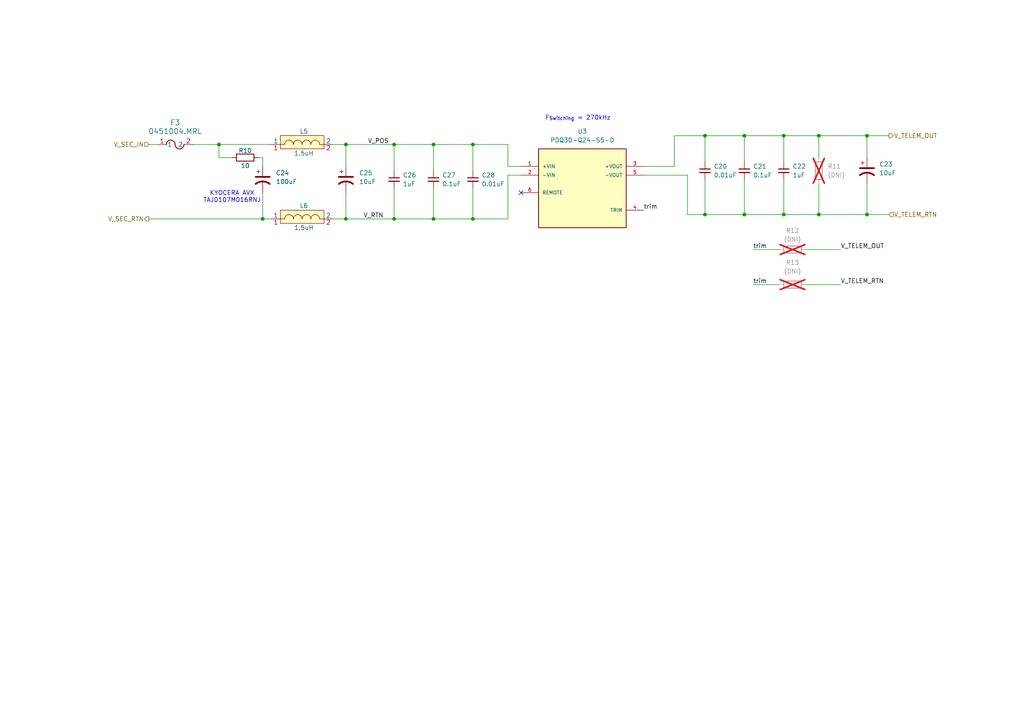
<source format=kicad_sch>
(kicad_sch
	(version 20250114)
	(generator "eeschema")
	(generator_version "9.0")
	(uuid "cf650069-2af9-481a-abdc-afccce69c363")
	(paper "A4")
	(lib_symbols
		(symbol "CUI:PDQ30-Q24-S5-D"
			(pin_names
				(offset 1.016)
			)
			(exclude_from_sim no)
			(in_bom yes)
			(on_board yes)
			(property "Reference" "U"
				(at -12.7244 10.1795 0)
				(effects
					(font
						(size 1.27 1.27)
					)
					(justify left bottom)
				)
			)
			(property "Value" "PDQ30-Q24-S5-D"
				(at -12.746 -15.2952 0)
				(effects
					(font
						(size 1.27 1.27)
					)
					(justify left bottom)
				)
			)
			(property "Footprint" "CUI:CONV_PDQ30-Q24-S5-D"
				(at 0 0 0)
				(effects
					(font
						(size 1.27 1.27)
					)
					(justify bottom)
					(hide yes)
				)
			)
			(property "Datasheet" "https://www.belfuse.com/media/datasheets/products/power-supplies/PDQ30-D.pdf"
				(at 0 0 0)
				(effects
					(font
						(size 1.27 1.27)
					)
					(hide yes)
				)
			)
			(property "Description" "Isolated Module DC DC Converter 1 Output 5V 6A 9V - 36V Input"
				(at 0 0 0)
				(effects
					(font
						(size 1.27 1.27)
					)
					(hide yes)
				)
			)
			(property "Manufacturer" "CUI Inc"
				(at 0 0 0)
				(effects
					(font
						(size 1.27 1.27)
					)
					(justify bottom)
					(hide yes)
				)
			)
			(property "Man. Part Num" "PDQ30-Q24-S5-D"
				(at 0 0 0)
				(effects
					(font
						(size 1.27 1.27)
					)
					(hide yes)
				)
			)
			(property "Distributor" "Mouser"
				(at 0 0 0)
				(effects
					(font
						(size 1.27 1.27)
					)
					(hide yes)
				)
			)
			(property "Dist. Part Num" "490-PDQ30-Q24-S5-D"
				(at 0 0 0)
				(effects
					(font
						(size 1.27 1.27)
					)
					(hide yes)
				)
			)
			(property "Part Type" "Through Hole"
				(at 0 0 0)
				(effects
					(font
						(size 1.27 1.27)
					)
					(hide yes)
				)
			)
			(property "Package" "-"
				(at 0 0 0)
				(effects
					(font
						(size 1.27 1.27)
					)
					(hide yes)
				)
			)
			(property "Notes" ""
				(at 0 0 0)
				(effects
					(font
						(size 1.27 1.27)
					)
					(hide yes)
				)
			)
			(symbol "PDQ30-Q24-S5-D_0_0"
				(rectangle
					(start -12.7 -12.7)
					(end 12.7 10.16)
					(stroke
						(width 0.254)
						(type default)
					)
					(fill
						(type background)
					)
				)
				(pin input line
					(at -17.78 5.08 0)
					(length 5.08)
					(name "+VIN"
						(effects
							(font
								(size 1.016 1.016)
							)
						)
					)
					(number "1"
						(effects
							(font
								(size 1.016 1.016)
							)
						)
					)
				)
				(pin input line
					(at -17.78 2.54 0)
					(length 5.08)
					(name "-VIN"
						(effects
							(font
								(size 1.016 1.016)
							)
						)
					)
					(number "2"
						(effects
							(font
								(size 1.016 1.016)
							)
						)
					)
				)
				(pin input line
					(at -17.78 -2.54 0)
					(length 5.08)
					(name "REMOTE"
						(effects
							(font
								(size 1.016 1.016)
							)
						)
					)
					(number "6"
						(effects
							(font
								(size 1.016 1.016)
							)
						)
					)
				)
				(pin output line
					(at 17.78 5.08 180)
					(length 5.08)
					(name "+VOUT"
						(effects
							(font
								(size 1.016 1.016)
							)
						)
					)
					(number "3"
						(effects
							(font
								(size 1.016 1.016)
							)
						)
					)
				)
				(pin output line
					(at 17.78 2.54 180)
					(length 5.08)
					(name "-VOUT"
						(effects
							(font
								(size 1.016 1.016)
							)
						)
					)
					(number "5"
						(effects
							(font
								(size 1.016 1.016)
							)
						)
					)
				)
				(pin passive line
					(at 17.78 -7.62 180)
					(length 5.08)
					(name "TRIM"
						(effects
							(font
								(size 1.016 1.016)
							)
						)
					)
					(number "4"
						(effects
							(font
								(size 1.016 1.016)
							)
						)
					)
				)
			)
			(embedded_fonts no)
		)
		(symbol "CoilCraft:MLC7542"
			(pin_names
				(offset 0)
			)
			(exclude_from_sim no)
			(in_bom yes)
			(on_board yes)
			(property "Reference" "L"
				(at 5.334 3.81 0)
				(effects
					(font
						(size 1.27 1.27)
					)
				)
			)
			(property "Value" ""
				(at 6.35 3.302 0)
				(effects
					(font
						(size 1.27 1.27)
					)
				)
			)
			(property "Footprint" ""
				(at 6.35 3.302 0)
				(effects
					(font
						(size 1.27 1.27)
					)
					(hide yes)
				)
			)
			(property "Datasheet" ""
				(at 6.35 3.302 0)
				(effects
					(font
						(size 1.27 1.27)
					)
					(hide yes)
				)
			)
			(property "Description" ""
				(at 6.35 3.302 0)
				(effects
					(font
						(size 1.27 1.27)
					)
					(hide yes)
				)
			)
			(property "Manufacturer" "Coil Craft"
				(at 0 0 0)
				(effects
					(font
						(size 1.27 1.27)
					)
					(hide yes)
				)
			)
			(property "Man. Part Num" ""
				(at 0 0 0)
				(effects
					(font
						(size 1.27 1.27)
					)
					(hide yes)
				)
			)
			(property "Distributor" "Coil Craft"
				(at 0 0 0)
				(effects
					(font
						(size 1.27 1.27)
					)
					(hide yes)
				)
			)
			(property "Dist. Part Num" ""
				(at 0 0 0)
				(effects
					(font
						(size 1.27 1.27)
					)
					(hide yes)
				)
			)
			(property "Package" ""
				(at 0 0 0)
				(effects
					(font
						(size 1.27 1.27)
					)
					(hide yes)
				)
			)
			(property "Notes" ""
				(at 0 0 0)
				(effects
					(font
						(size 1.27 1.27)
					)
					(hide yes)
				)
			)
			(property "Part Type" "SMD"
				(at 0 0 0)
				(effects
					(font
						(size 1.27 1.27)
					)
					(hide yes)
				)
			)
			(symbol "MLC7542_0_1"
				(arc
					(start 1.27 0)
					(mid 1.642 0.898)
					(end 2.54 1.27)
					(stroke
						(width 0)
						(type default)
					)
					(fill
						(type none)
					)
				)
				(arc
					(start 2.54 1.27)
					(mid 3.438 0.898)
					(end 3.81 0)
					(stroke
						(width 0)
						(type default)
					)
					(fill
						(type none)
					)
				)
				(arc
					(start 3.81 0)
					(mid 4.182 0.898)
					(end 5.08 1.27)
					(stroke
						(width 0)
						(type default)
					)
					(fill
						(type none)
					)
				)
				(arc
					(start 5.08 1.27)
					(mid 5.978 0.898)
					(end 6.35 0)
					(stroke
						(width 0)
						(type default)
					)
					(fill
						(type none)
					)
				)
				(arc
					(start 6.35 0)
					(mid 6.722 0.898)
					(end 7.62 1.27)
					(stroke
						(width 0)
						(type default)
					)
					(fill
						(type none)
					)
				)
				(arc
					(start 7.62 1.27)
					(mid 8.518 0.898)
					(end 8.89 0)
					(stroke
						(width 0)
						(type default)
					)
					(fill
						(type none)
					)
				)
				(arc
					(start 8.89 0)
					(mid 9.262 0.898)
					(end 10.16 1.27)
					(stroke
						(width 0)
						(type default)
					)
					(fill
						(type none)
					)
				)
				(arc
					(start 10.16 1.27)
					(mid 11.058 0.898)
					(end 11.43 0)
					(stroke
						(width 0)
						(type default)
					)
					(fill
						(type none)
					)
				)
			)
			(symbol "MLC7542_1_1"
				(rectangle
					(start 0 2.54)
					(end 12.7 -1.27)
					(stroke
						(width 0)
						(type default)
					)
					(fill
						(type background)
					)
				)
				(polyline
					(pts
						(xy 1.27 0) (xy 0 0)
					)
					(stroke
						(width 0)
						(type default)
					)
					(fill
						(type none)
					)
				)
				(polyline
					(pts
						(xy 11.43 0) (xy 12.7 0)
					)
					(stroke
						(width 0)
						(type default)
					)
					(fill
						(type none)
					)
				)
				(pin bidirectional line
					(at -2.54 0 0)
					(length 2.54)
					(name "1"
						(effects
							(font
								(size 1.27 1.27)
							)
						)
					)
					(number "1"
						(effects
							(font
								(size 1.27 1.27)
							)
						)
					)
				)
				(pin bidirectional line
					(at 15.24 0 180)
					(length 2.54)
					(name "2"
						(effects
							(font
								(size 1.27 1.27)
							)
						)
					)
					(number "2"
						(effects
							(font
								(size 1.27 1.27)
							)
						)
					)
				)
			)
			(embedded_fonts no)
		)
		(symbol "Device:C_Polarized_US"
			(pin_numbers
				(hide yes)
			)
			(pin_names
				(offset 0.254)
				(hide yes)
			)
			(exclude_from_sim no)
			(in_bom yes)
			(on_board yes)
			(property "Reference" "C"
				(at 0.635 2.54 0)
				(effects
					(font
						(size 1.27 1.27)
					)
					(justify left)
				)
			)
			(property "Value" "C_Polarized_US"
				(at 0.635 -2.54 0)
				(effects
					(font
						(size 1.27 1.27)
					)
					(justify left)
				)
			)
			(property "Footprint" ""
				(at 0 0 0)
				(effects
					(font
						(size 1.27 1.27)
					)
					(hide yes)
				)
			)
			(property "Datasheet" "~"
				(at 0 0 0)
				(effects
					(font
						(size 1.27 1.27)
					)
					(hide yes)
				)
			)
			(property "Description" "Polarized capacitor, US symbol"
				(at 0 0 0)
				(effects
					(font
						(size 1.27 1.27)
					)
					(hide yes)
				)
			)
			(property "ki_keywords" "cap capacitor"
				(at 0 0 0)
				(effects
					(font
						(size 1.27 1.27)
					)
					(hide yes)
				)
			)
			(property "ki_fp_filters" "CP_*"
				(at 0 0 0)
				(effects
					(font
						(size 1.27 1.27)
					)
					(hide yes)
				)
			)
			(symbol "C_Polarized_US_0_1"
				(polyline
					(pts
						(xy -2.032 0.762) (xy 2.032 0.762)
					)
					(stroke
						(width 0.508)
						(type default)
					)
					(fill
						(type none)
					)
				)
				(polyline
					(pts
						(xy -1.778 2.286) (xy -0.762 2.286)
					)
					(stroke
						(width 0)
						(type default)
					)
					(fill
						(type none)
					)
				)
				(polyline
					(pts
						(xy -1.27 1.778) (xy -1.27 2.794)
					)
					(stroke
						(width 0)
						(type default)
					)
					(fill
						(type none)
					)
				)
				(arc
					(start -2.032 -1.27)
					(mid 0 -0.5572)
					(end 2.032 -1.27)
					(stroke
						(width 0.508)
						(type default)
					)
					(fill
						(type none)
					)
				)
			)
			(symbol "C_Polarized_US_1_1"
				(pin passive line
					(at 0 3.81 270)
					(length 2.794)
					(name "~"
						(effects
							(font
								(size 1.27 1.27)
							)
						)
					)
					(number "1"
						(effects
							(font
								(size 1.27 1.27)
							)
						)
					)
				)
				(pin passive line
					(at 0 -3.81 90)
					(length 3.302)
					(name "~"
						(effects
							(font
								(size 1.27 1.27)
							)
						)
					)
					(number "2"
						(effects
							(font
								(size 1.27 1.27)
							)
						)
					)
				)
			)
			(embedded_fonts no)
		)
		(symbol "Device:C_Small"
			(pin_numbers
				(hide yes)
			)
			(pin_names
				(offset 0.254)
				(hide yes)
			)
			(exclude_from_sim no)
			(in_bom yes)
			(on_board yes)
			(property "Reference" "C"
				(at 0.254 1.778 0)
				(effects
					(font
						(size 1.27 1.27)
					)
					(justify left)
				)
			)
			(property "Value" "C_Small"
				(at 0.254 -2.032 0)
				(effects
					(font
						(size 1.27 1.27)
					)
					(justify left)
				)
			)
			(property "Footprint" ""
				(at 0 0 0)
				(effects
					(font
						(size 1.27 1.27)
					)
					(hide yes)
				)
			)
			(property "Datasheet" "~"
				(at 0 0 0)
				(effects
					(font
						(size 1.27 1.27)
					)
					(hide yes)
				)
			)
			(property "Description" "Unpolarized capacitor, small symbol"
				(at 0 0 0)
				(effects
					(font
						(size 1.27 1.27)
					)
					(hide yes)
				)
			)
			(property "ki_keywords" "capacitor cap"
				(at 0 0 0)
				(effects
					(font
						(size 1.27 1.27)
					)
					(hide yes)
				)
			)
			(property "ki_fp_filters" "C_*"
				(at 0 0 0)
				(effects
					(font
						(size 1.27 1.27)
					)
					(hide yes)
				)
			)
			(symbol "C_Small_0_1"
				(polyline
					(pts
						(xy -1.524 0.508) (xy 1.524 0.508)
					)
					(stroke
						(width 0.3048)
						(type default)
					)
					(fill
						(type none)
					)
				)
				(polyline
					(pts
						(xy -1.524 -0.508) (xy 1.524 -0.508)
					)
					(stroke
						(width 0.3302)
						(type default)
					)
					(fill
						(type none)
					)
				)
			)
			(symbol "C_Small_1_1"
				(pin passive line
					(at 0 2.54 270)
					(length 2.032)
					(name "~"
						(effects
							(font
								(size 1.27 1.27)
							)
						)
					)
					(number "1"
						(effects
							(font
								(size 1.27 1.27)
							)
						)
					)
				)
				(pin passive line
					(at 0 -2.54 90)
					(length 2.032)
					(name "~"
						(effects
							(font
								(size 1.27 1.27)
							)
						)
					)
					(number "2"
						(effects
							(font
								(size 1.27 1.27)
							)
						)
					)
				)
			)
			(embedded_fonts no)
		)
		(symbol "Device:R"
			(pin_numbers
				(hide yes)
			)
			(pin_names
				(offset 0)
			)
			(exclude_from_sim no)
			(in_bom yes)
			(on_board yes)
			(property "Reference" "R"
				(at 2.032 0 90)
				(effects
					(font
						(size 1.27 1.27)
					)
				)
			)
			(property "Value" "R"
				(at 0 0 90)
				(effects
					(font
						(size 1.27 1.27)
					)
				)
			)
			(property "Footprint" ""
				(at -1.778 0 90)
				(effects
					(font
						(size 1.27 1.27)
					)
					(hide yes)
				)
			)
			(property "Datasheet" "~"
				(at 0 0 0)
				(effects
					(font
						(size 1.27 1.27)
					)
					(hide yes)
				)
			)
			(property "Description" "Resistor"
				(at 0 0 0)
				(effects
					(font
						(size 1.27 1.27)
					)
					(hide yes)
				)
			)
			(property "ki_keywords" "R res resistor"
				(at 0 0 0)
				(effects
					(font
						(size 1.27 1.27)
					)
					(hide yes)
				)
			)
			(property "ki_fp_filters" "R_*"
				(at 0 0 0)
				(effects
					(font
						(size 1.27 1.27)
					)
					(hide yes)
				)
			)
			(symbol "R_0_1"
				(rectangle
					(start -1.016 -2.54)
					(end 1.016 2.54)
					(stroke
						(width 0.254)
						(type default)
					)
					(fill
						(type none)
					)
				)
			)
			(symbol "R_1_1"
				(pin passive line
					(at 0 3.81 270)
					(length 1.27)
					(name "~"
						(effects
							(font
								(size 1.27 1.27)
							)
						)
					)
					(number "1"
						(effects
							(font
								(size 1.27 1.27)
							)
						)
					)
				)
				(pin passive line
					(at 0 -3.81 90)
					(length 1.27)
					(name "~"
						(effects
							(font
								(size 1.27 1.27)
							)
						)
					)
					(number "2"
						(effects
							(font
								(size 1.27 1.27)
							)
						)
					)
				)
			)
			(embedded_fonts no)
		)
		(symbol "Little_Fuse:0451004.MRL"
			(pin_names
				(offset 0.254)
			)
			(exclude_from_sim no)
			(in_bom yes)
			(on_board yes)
			(property "Reference" "F"
				(at 5.08 3.175 0)
				(effects
					(font
						(size 1.524 1.524)
					)
				)
			)
			(property "Value" "0451004.MRL"
				(at 5.08 -3.175 0)
				(effects
					(font
						(size 1.524 1.524)
					)
				)
			)
			(property "Footprint" "Little_Fuse:0451Series_LTF"
				(at 0 0 0)
				(effects
					(font
						(size 1.27 1.27)
						(italic yes)
					)
					(hide yes)
				)
			)
			(property "Datasheet" "https://www.littelfuse.com/assetdocs/littelfuse-fuse-451-453-datasheet?assetguid=533cd5cc-956c-4243-867f-6ab5a62f6ba1"
				(at 0 0 0)
				(effects
					(font
						(size 1.27 1.27)
						(italic yes)
					)
					(hide yes)
				)
			)
			(property "Description" "4 A 125 V 125 V Fuse Board Mount (Cartridge Style Excluded) Surface Mount 2-SMD, Square End Block"
				(at 0 0 0)
				(effects
					(font
						(size 1.27 1.27)
					)
					(hide yes)
				)
			)
			(property "Manufacturer" "Littelfuse Inc."
				(at 0 0 0)
				(effects
					(font
						(size 1.27 1.27)
					)
					(hide yes)
				)
			)
			(property "Man. Part Num" "0451004.MRL"
				(at 0 0 0)
				(effects
					(font
						(size 1.27 1.27)
					)
					(hide yes)
				)
			)
			(property "Distributor" "Digikey"
				(at 0 0 0)
				(effects
					(font
						(size 1.27 1.27)
					)
					(hide yes)
				)
			)
			(property "Dist. Part Num" "F2586CT-ND"
				(at 0 0 0)
				(effects
					(font
						(size 1.27 1.27)
					)
					(hide yes)
				)
			)
			(property "Package" "2-SMD, Square End Block"
				(at 0 0 0)
				(effects
					(font
						(size 1.27 1.27)
					)
					(hide yes)
				)
			)
			(property "Part Type" "SMD"
				(at 0 0 0)
				(effects
					(font
						(size 1.27 1.27)
					)
					(hide yes)
				)
			)
			(property "ki_keywords" "0451004.MRL"
				(at 0 0 0)
				(effects
					(font
						(size 1.27 1.27)
					)
					(hide yes)
				)
			)
			(property "ki_fp_filters" "0154Series_LTF"
				(at 0 0 0)
				(effects
					(font
						(size 1.27 1.27)
					)
					(hide yes)
				)
			)
			(symbol "0451004.MRL_1_1"
				(arc
					(start 2.54 0)
					(mid 3.81 1.2645)
					(end 5.08 0)
					(stroke
						(width 0.254)
						(type default)
					)
					(fill
						(type none)
					)
				)
				(arc
					(start 7.62 0)
					(mid 6.35 -1.2645)
					(end 5.08 0)
					(stroke
						(width 0.254)
						(type default)
					)
					(fill
						(type none)
					)
				)
				(pin unspecified line
					(at 0 0 0)
					(length 2.54)
					(name "1"
						(effects
							(font
								(size 1.27 1.27)
							)
						)
					)
					(number "1"
						(effects
							(font
								(size 1.27 1.27)
							)
						)
					)
				)
				(pin unspecified line
					(at 10.16 0 180)
					(length 2.54)
					(name "2"
						(effects
							(font
								(size 1.27 1.27)
							)
						)
					)
					(number "2"
						(effects
							(font
								(size 1.27 1.27)
							)
						)
					)
				)
			)
			(symbol "0451004.MRL_1_2"
				(arc
					(start 0 7.62)
					(mid 1.2645 6.35)
					(end 0 5.08)
					(stroke
						(width 0.254)
						(type default)
					)
					(fill
						(type none)
					)
				)
				(arc
					(start 0 2.54)
					(mid -1.2645 3.81)
					(end 0 5.08)
					(stroke
						(width 0.254)
						(type default)
					)
					(fill
						(type none)
					)
				)
				(pin unspecified line
					(at 0 10.16 270)
					(length 2.54)
					(name "2"
						(effects
							(font
								(size 1.27 1.27)
							)
						)
					)
					(number "2"
						(effects
							(font
								(size 1.27 1.27)
							)
						)
					)
				)
				(pin unspecified line
					(at 0 0 90)
					(length 2.54)
					(name "1"
						(effects
							(font
								(size 1.27 1.27)
							)
						)
					)
					(number "1"
						(effects
							(font
								(size 1.27 1.27)
							)
						)
					)
				)
			)
			(embedded_fonts no)
		)
	)
	(text "F_{Switching} = 270kHz"
		(exclude_from_sim no)
		(at 167.64 34.29 0)
		(effects
			(font
				(size 1.27 1.27)
			)
		)
		(uuid "94df0968-a3ae-48de-97e8-6f767a04e1c4")
	)
	(text "KYOCERA AVX\nTAJD107M016RNJ"
		(exclude_from_sim no)
		(at 67.31 57.15 0)
		(effects
			(font
				(size 1.27 1.27)
			)
		)
		(uuid "ac59599f-71c7-451f-89ff-a3f343e112f0")
	)
	(junction
		(at 237.49 39.37)
		(diameter 0)
		(color 0 0 0 0)
		(uuid "00045962-5ad9-43d8-b909-469b64855915")
	)
	(junction
		(at 227.33 62.23)
		(diameter 0)
		(color 0 0 0 0)
		(uuid "0db4f6e9-13be-47d4-bd20-e51bad9e1ea8")
	)
	(junction
		(at 227.33 39.37)
		(diameter 0)
		(color 0 0 0 0)
		(uuid "2b30230e-5bc2-4871-963e-c472324e76f7")
	)
	(junction
		(at 100.33 63.5)
		(diameter 0)
		(color 0 0 0 0)
		(uuid "386f889d-0874-44a5-822c-9c04b311f78d")
	)
	(junction
		(at 251.46 39.37)
		(diameter 0)
		(color 0 0 0 0)
		(uuid "3df93096-4840-469a-8eeb-7a4ae6862043")
	)
	(junction
		(at 125.73 41.91)
		(diameter 0)
		(color 0 0 0 0)
		(uuid "43b2628b-1d61-484a-a3f1-65908440ad5c")
	)
	(junction
		(at 204.47 39.37)
		(diameter 0)
		(color 0 0 0 0)
		(uuid "46d5e404-a5c1-4097-a7a6-731431004526")
	)
	(junction
		(at 204.47 62.23)
		(diameter 0)
		(color 0 0 0 0)
		(uuid "53e6a21e-ef40-4a7d-8a12-58a37aed4f5c")
	)
	(junction
		(at 251.46 62.23)
		(diameter 0)
		(color 0 0 0 0)
		(uuid "60dd430e-dfea-4a32-9be7-e9904caa66b5")
	)
	(junction
		(at 125.73 63.5)
		(diameter 0)
		(color 0 0 0 0)
		(uuid "a1074cdf-2064-4af8-afc3-83d34228ba4f")
	)
	(junction
		(at 215.9 39.37)
		(diameter 0)
		(color 0 0 0 0)
		(uuid "a26191cb-47e2-4159-8548-d4888998b334")
	)
	(junction
		(at 237.49 62.23)
		(diameter 0)
		(color 0 0 0 0)
		(uuid "a88ecd2f-c743-4043-8196-50ddb500e90e")
	)
	(junction
		(at 137.16 41.91)
		(diameter 0)
		(color 0 0 0 0)
		(uuid "b82c39a8-5ec1-4bad-a51a-24ad05947372")
	)
	(junction
		(at 137.16 63.5)
		(diameter 0)
		(color 0 0 0 0)
		(uuid "c217a358-6180-4eca-b112-c3b7ad135100")
	)
	(junction
		(at 114.3 41.91)
		(diameter 0)
		(color 0 0 0 0)
		(uuid "ce35e9f3-42df-4300-b89d-9e545bc226d8")
	)
	(junction
		(at 100.33 41.91)
		(diameter 0)
		(color 0 0 0 0)
		(uuid "d07fc55e-4292-45ee-bfa5-3b0ec5baf9f3")
	)
	(junction
		(at 76.2 63.5)
		(diameter 0)
		(color 0 0 0 0)
		(uuid "eed1f3f0-94da-463f-a2b8-e20e391859ec")
	)
	(junction
		(at 63.5 41.91)
		(diameter 0)
		(color 0 0 0 0)
		(uuid "f185464e-3ec4-412e-b0ba-6eb0889e78a5")
	)
	(junction
		(at 215.9 62.23)
		(diameter 0)
		(color 0 0 0 0)
		(uuid "f5a15cb5-f1f3-4131-936c-6616e88347a4")
	)
	(junction
		(at 114.3 63.5)
		(diameter 0)
		(color 0 0 0 0)
		(uuid "fa0640b0-40a9-4bff-bb49-2435a63eeb31")
	)
	(no_connect
		(at 151.13 55.88)
		(uuid "346eb83c-727c-4327-8f39-14c079034e1f")
	)
	(wire
		(pts
			(xy 147.32 50.8) (xy 151.13 50.8)
		)
		(stroke
			(width 0)
			(type default)
		)
		(uuid "02a20eb1-834d-4935-af61-d7a6b9923127")
	)
	(wire
		(pts
			(xy 227.33 52.07) (xy 227.33 62.23)
		)
		(stroke
			(width 0)
			(type default)
		)
		(uuid "04623405-c463-4c3f-8775-a54d03e764cb")
	)
	(wire
		(pts
			(xy 237.49 62.23) (xy 251.46 62.23)
		)
		(stroke
			(width 0)
			(type default)
		)
		(uuid "062f0a6e-ca38-4204-a6ca-0860a6915012")
	)
	(wire
		(pts
			(xy 100.33 55.88) (xy 100.33 63.5)
		)
		(stroke
			(width 0)
			(type default)
		)
		(uuid "0dd6edb1-6deb-4449-925e-1efc4909e719")
	)
	(wire
		(pts
			(xy 251.46 62.23) (xy 257.81 62.23)
		)
		(stroke
			(width 0)
			(type default)
		)
		(uuid "133705aa-ffab-4a69-b5a1-27eb90588d19")
	)
	(wire
		(pts
			(xy 137.16 54.61) (xy 137.16 63.5)
		)
		(stroke
			(width 0)
			(type default)
		)
		(uuid "273288a7-6a50-4a26-acb0-38c46120c560")
	)
	(wire
		(pts
			(xy 63.5 41.91) (xy 78.74 41.91)
		)
		(stroke
			(width 0)
			(type default)
		)
		(uuid "2b3b9a13-3cf2-48ee-a06e-830090db02d9")
	)
	(wire
		(pts
			(xy 147.32 48.26) (xy 151.13 48.26)
		)
		(stroke
			(width 0)
			(type default)
		)
		(uuid "2b707a5c-4805-44e8-a2a4-e8bf302cd69b")
	)
	(wire
		(pts
			(xy 251.46 39.37) (xy 257.81 39.37)
		)
		(stroke
			(width 0)
			(type default)
		)
		(uuid "35315620-40dc-4c7e-b067-5883ce60e3a5")
	)
	(wire
		(pts
			(xy 76.2 55.88) (xy 76.2 63.5)
		)
		(stroke
			(width 0)
			(type default)
		)
		(uuid "39fb7ea6-aa4a-4373-94cd-2aa34274c073")
	)
	(wire
		(pts
			(xy 125.73 41.91) (xy 125.73 49.53)
		)
		(stroke
			(width 0)
			(type default)
		)
		(uuid "3de692c4-3719-44af-aacd-8a2cc7697eb7")
	)
	(wire
		(pts
			(xy 237.49 53.34) (xy 237.49 62.23)
		)
		(stroke
			(width 0)
			(type default)
		)
		(uuid "3e182915-3950-4e96-af9d-1c8bf2e24cda")
	)
	(wire
		(pts
			(xy 114.3 41.91) (xy 125.73 41.91)
		)
		(stroke
			(width 0)
			(type default)
		)
		(uuid "404c2f9e-19f2-4ea6-b9a7-33ac3c603f2f")
	)
	(wire
		(pts
			(xy 100.33 41.91) (xy 96.52 41.91)
		)
		(stroke
			(width 0)
			(type default)
		)
		(uuid "41170d50-1959-4abf-b463-ba829597d0cb")
	)
	(wire
		(pts
			(xy 125.73 54.61) (xy 125.73 63.5)
		)
		(stroke
			(width 0)
			(type default)
		)
		(uuid "444a27c4-44d2-4584-b3da-09d46f5eb200")
	)
	(wire
		(pts
			(xy 227.33 62.23) (xy 237.49 62.23)
		)
		(stroke
			(width 0)
			(type default)
		)
		(uuid "472a307d-9f1f-4e45-a44e-21a70b99084a")
	)
	(wire
		(pts
			(xy 195.58 39.37) (xy 204.47 39.37)
		)
		(stroke
			(width 0)
			(type default)
		)
		(uuid "4d032c34-e29d-4c78-8ed0-7e0122bdbfb7")
	)
	(wire
		(pts
			(xy 114.3 41.91) (xy 114.3 49.53)
		)
		(stroke
			(width 0)
			(type default)
		)
		(uuid "52ed4ebc-00ec-4586-a082-092eb0e2cd4d")
	)
	(wire
		(pts
			(xy 147.32 50.8) (xy 147.32 63.5)
		)
		(stroke
			(width 0)
			(type default)
		)
		(uuid "57ed3a54-3230-429f-ab82-6ba236628d73")
	)
	(wire
		(pts
			(xy 100.33 48.26) (xy 100.33 41.91)
		)
		(stroke
			(width 0)
			(type default)
		)
		(uuid "59b80fb2-823f-4d5f-a8d7-4e2a5a0f21ee")
	)
	(wire
		(pts
			(xy 215.9 62.23) (xy 227.33 62.23)
		)
		(stroke
			(width 0)
			(type default)
		)
		(uuid "5d3d5b28-6fc3-475c-b414-b80b8f16f2f9")
	)
	(wire
		(pts
			(xy 43.18 63.5) (xy 76.2 63.5)
		)
		(stroke
			(width 0)
			(type default)
		)
		(uuid "5f058346-5994-4147-a9a0-97ec2eabdd09")
	)
	(wire
		(pts
			(xy 199.39 50.8) (xy 199.39 62.23)
		)
		(stroke
			(width 0)
			(type default)
		)
		(uuid "5f83af46-0896-409d-975b-1c77875f7fb8")
	)
	(wire
		(pts
			(xy 215.9 39.37) (xy 215.9 46.99)
		)
		(stroke
			(width 0)
			(type default)
		)
		(uuid "6060153e-af29-4aa5-9257-17432bcc267d")
	)
	(wire
		(pts
			(xy 218.44 72.39) (xy 226.06 72.39)
		)
		(stroke
			(width 0)
			(type default)
		)
		(uuid "635757d6-2dc4-4b4b-a57c-7380ae121ab0")
	)
	(wire
		(pts
			(xy 204.47 39.37) (xy 204.47 46.99)
		)
		(stroke
			(width 0)
			(type default)
		)
		(uuid "6940a5a6-1d4e-4dcd-9256-2bfa261159a2")
	)
	(wire
		(pts
			(xy 251.46 45.72) (xy 251.46 39.37)
		)
		(stroke
			(width 0)
			(type default)
		)
		(uuid "6a59ad51-209d-4e3b-a9d7-e7727a99703a")
	)
	(wire
		(pts
			(xy 125.73 41.91) (xy 137.16 41.91)
		)
		(stroke
			(width 0)
			(type default)
		)
		(uuid "6e26f083-0788-4d15-ac59-213c2d146fb2")
	)
	(wire
		(pts
			(xy 204.47 39.37) (xy 215.9 39.37)
		)
		(stroke
			(width 0)
			(type default)
		)
		(uuid "6f56fc9f-bd15-4e4c-bc69-0edec757e5e5")
	)
	(wire
		(pts
			(xy 125.73 63.5) (xy 114.3 63.5)
		)
		(stroke
			(width 0)
			(type default)
		)
		(uuid "7a430883-b758-4c56-bb2e-7cbdb09f7e87")
	)
	(wire
		(pts
			(xy 137.16 63.5) (xy 125.73 63.5)
		)
		(stroke
			(width 0)
			(type default)
		)
		(uuid "7ccad222-71c8-4719-924f-7d3836e51f10")
	)
	(wire
		(pts
			(xy 100.33 63.5) (xy 114.3 63.5)
		)
		(stroke
			(width 0)
			(type default)
		)
		(uuid "803254af-e62b-4441-9182-94267e7553aa")
	)
	(wire
		(pts
			(xy 215.9 39.37) (xy 227.33 39.37)
		)
		(stroke
			(width 0)
			(type default)
		)
		(uuid "8bf66d12-d6b5-411e-a83a-e79943172974")
	)
	(wire
		(pts
			(xy 74.93 45.72) (xy 76.2 45.72)
		)
		(stroke
			(width 0)
			(type default)
		)
		(uuid "8c41ecb1-0709-4db5-b1ba-bcb4d3fb10e6")
	)
	(wire
		(pts
			(xy 100.33 41.91) (xy 114.3 41.91)
		)
		(stroke
			(width 0)
			(type default)
		)
		(uuid "912c743e-74de-47da-914a-31a68a17ae94")
	)
	(wire
		(pts
			(xy 237.49 39.37) (xy 237.49 45.72)
		)
		(stroke
			(width 0)
			(type default)
		)
		(uuid "92964208-be2d-4cb5-8c0a-490457308f8c")
	)
	(wire
		(pts
			(xy 204.47 52.07) (xy 204.47 62.23)
		)
		(stroke
			(width 0)
			(type default)
		)
		(uuid "958dd880-b170-4365-9d53-b8320ef53481")
	)
	(wire
		(pts
			(xy 227.33 39.37) (xy 227.33 46.99)
		)
		(stroke
			(width 0)
			(type default)
		)
		(uuid "97e9403f-497c-4515-a71d-118bbb936e60")
	)
	(wire
		(pts
			(xy 227.33 39.37) (xy 237.49 39.37)
		)
		(stroke
			(width 0)
			(type default)
		)
		(uuid "9ae6c079-91d5-440d-8dab-8125776de99a")
	)
	(wire
		(pts
			(xy 100.33 63.5) (xy 96.52 63.5)
		)
		(stroke
			(width 0)
			(type default)
		)
		(uuid "9be666e1-d37b-4a1d-9b47-9dcf9cfc0ec4")
	)
	(wire
		(pts
			(xy 199.39 62.23) (xy 204.47 62.23)
		)
		(stroke
			(width 0)
			(type default)
		)
		(uuid "9fcd4516-10fd-4fab-88f1-3974d67b4b7b")
	)
	(wire
		(pts
			(xy 147.32 63.5) (xy 137.16 63.5)
		)
		(stroke
			(width 0)
			(type default)
		)
		(uuid "a512972e-63c8-4a05-8c71-f00e3c7dddda")
	)
	(wire
		(pts
			(xy 233.68 82.55) (xy 243.84 82.55)
		)
		(stroke
			(width 0)
			(type default)
		)
		(uuid "adaabcb3-6e97-4bfe-bead-7f18f8be6bd9")
	)
	(wire
		(pts
			(xy 251.46 53.34) (xy 251.46 62.23)
		)
		(stroke
			(width 0)
			(type default)
		)
		(uuid "af46a8c4-cb7f-43f3-9167-a1b8aa3e6c37")
	)
	(wire
		(pts
			(xy 63.5 45.72) (xy 63.5 41.91)
		)
		(stroke
			(width 0)
			(type default)
		)
		(uuid "b0cae8b9-cacc-4de5-9b6e-c6ef3f9d0908")
	)
	(wire
		(pts
			(xy 233.68 72.39) (xy 243.84 72.39)
		)
		(stroke
			(width 0)
			(type default)
		)
		(uuid "b28aebb7-d38f-422a-88f9-353028d8a16c")
	)
	(wire
		(pts
			(xy 43.18 41.91) (xy 45.72 41.91)
		)
		(stroke
			(width 0)
			(type default)
		)
		(uuid "b3ad81f4-3923-474f-a75c-b91381e966e4")
	)
	(wire
		(pts
			(xy 114.3 54.61) (xy 114.3 63.5)
		)
		(stroke
			(width 0)
			(type default)
		)
		(uuid "bbdeb532-3977-43cf-9a40-751da2f21030")
	)
	(wire
		(pts
			(xy 195.58 39.37) (xy 195.58 48.26)
		)
		(stroke
			(width 0)
			(type default)
		)
		(uuid "be8a3929-ca0a-4bf5-896a-2f8b2b23e9d0")
	)
	(wire
		(pts
			(xy 237.49 39.37) (xy 251.46 39.37)
		)
		(stroke
			(width 0)
			(type default)
		)
		(uuid "bf7dafb2-8dd6-41cf-94ce-9cc9f4a15abf")
	)
	(wire
		(pts
			(xy 215.9 52.07) (xy 215.9 62.23)
		)
		(stroke
			(width 0)
			(type default)
		)
		(uuid "cbf57e37-b5eb-4fba-960b-9791245e0567")
	)
	(wire
		(pts
			(xy 76.2 45.72) (xy 76.2 48.26)
		)
		(stroke
			(width 0)
			(type default)
		)
		(uuid "d0d8c3cc-a67a-4cd2-8d4f-9423eed87db8")
	)
	(wire
		(pts
			(xy 137.16 41.91) (xy 147.32 41.91)
		)
		(stroke
			(width 0)
			(type default)
		)
		(uuid "d79e30c6-37b5-4357-9562-6f1e5ecb96af")
	)
	(wire
		(pts
			(xy 186.69 50.8) (xy 199.39 50.8)
		)
		(stroke
			(width 0)
			(type default)
		)
		(uuid "d7a37fca-f6c8-4f1d-b40d-075e04064e95")
	)
	(wire
		(pts
			(xy 218.44 82.55) (xy 226.06 82.55)
		)
		(stroke
			(width 0)
			(type default)
		)
		(uuid "e3812199-8876-41b2-8195-51cc4ac91f9d")
	)
	(wire
		(pts
			(xy 67.31 45.72) (xy 63.5 45.72)
		)
		(stroke
			(width 0)
			(type default)
		)
		(uuid "e60bca2e-aa9a-4abe-9051-8e812d43c345")
	)
	(wire
		(pts
			(xy 55.88 41.91) (xy 63.5 41.91)
		)
		(stroke
			(width 0)
			(type default)
		)
		(uuid "e61ae0e2-af68-48ce-8f2e-50102a749a4e")
	)
	(wire
		(pts
			(xy 76.2 63.5) (xy 78.74 63.5)
		)
		(stroke
			(width 0)
			(type default)
		)
		(uuid "e652fc2b-3bb3-4a91-bd32-5cfe45c5e492")
	)
	(wire
		(pts
			(xy 147.32 41.91) (xy 147.32 48.26)
		)
		(stroke
			(width 0)
			(type default)
		)
		(uuid "f3e54509-988a-49b1-bba2-e9e89d6f911f")
	)
	(wire
		(pts
			(xy 204.47 62.23) (xy 215.9 62.23)
		)
		(stroke
			(width 0)
			(type default)
		)
		(uuid "f652cd88-f88a-4384-a5ed-4c98bb5bb43f")
	)
	(wire
		(pts
			(xy 137.16 41.91) (xy 137.16 49.53)
		)
		(stroke
			(width 0)
			(type default)
		)
		(uuid "f9591f90-ffe8-4949-9c9e-eabe29d46821")
	)
	(wire
		(pts
			(xy 195.58 48.26) (xy 186.69 48.26)
		)
		(stroke
			(width 0)
			(type default)
		)
		(uuid "fec3fe65-db9f-41b5-b32d-2bfa43bb354d")
	)
	(label "V_RTN"
		(at 105.41 63.5 0)
		(effects
			(font
				(size 1.27 1.27)
			)
			(justify left bottom)
		)
		(uuid "158335ea-2b77-469d-bdd6-bd0ddc34b753")
	)
	(label "trim"
		(at 218.44 82.55 0)
		(effects
			(font
				(size 1.27 1.27)
			)
			(justify left bottom)
		)
		(uuid "421f29ae-4b25-46c6-809c-ccdc66cbd1c6")
	)
	(label "V_TELEM_RTN"
		(at 243.84 82.55 0)
		(effects
			(font
				(size 1.27 1.27)
			)
			(justify left bottom)
		)
		(uuid "68f449d1-23d7-4ee0-ac96-4469e7be1dc3")
	)
	(label "V_POS"
		(at 106.68 41.91 0)
		(effects
			(font
				(size 1.27 1.27)
			)
			(justify left bottom)
		)
		(uuid "839d14bf-c390-41de-a039-5e61f491918f")
	)
	(label "trim"
		(at 218.44 72.39 0)
		(effects
			(font
				(size 1.27 1.27)
			)
			(justify left bottom)
		)
		(uuid "8ce0be99-b883-4714-b254-5561af2b10a8")
	)
	(label "V_TELEM_OUT"
		(at 243.84 72.39 0)
		(effects
			(font
				(size 1.27 1.27)
			)
			(justify left bottom)
		)
		(uuid "bc4b2956-28a2-4a5a-a4a9-6a681ab68714")
	)
	(label "trim"
		(at 186.69 60.96 0)
		(effects
			(font
				(size 1.27 1.27)
			)
			(justify left bottom)
		)
		(uuid "e1299a2a-1cc1-4a9e-8683-9d15c349ad8d")
	)
	(hierarchical_label "V_SEC_RTN"
		(shape output)
		(at 43.18 63.5 180)
		(effects
			(font
				(size 1.27 1.27)
			)
			(justify right)
		)
		(uuid "706d69c3-353a-44fe-ad92-475840eb78e2")
	)
	(hierarchical_label "V_TELEM_RTN"
		(shape input)
		(at 257.81 62.23 0)
		(effects
			(font
				(size 1.27 1.27)
			)
			(justify left)
		)
		(uuid "b25e3194-9b15-43cc-89c1-1462008516e6")
	)
	(hierarchical_label "V_SEC_IN"
		(shape input)
		(at 43.18 41.91 180)
		(effects
			(font
				(size 1.27 1.27)
			)
			(justify right)
		)
		(uuid "bce58055-32ad-42d6-b3cc-dda9cebbe173")
	)
	(hierarchical_label "V_TELEM_OUT"
		(shape output)
		(at 257.81 39.37 0)
		(effects
			(font
				(size 1.27 1.27)
			)
			(justify left)
		)
		(uuid "cac3cf48-0bca-4023-adc4-442b3a68d675")
	)
	(symbol
		(lib_id "Device:R")
		(at 71.12 45.72 90)
		(unit 1)
		(exclude_from_sim no)
		(in_bom yes)
		(on_board yes)
		(dnp no)
		(uuid "034c155c-c749-45dc-aa09-5124d15d1932")
		(property "Reference" "R10"
			(at 71.12 43.7021 90)
			(effects
				(font
					(size 1.27 1.27)
				)
			)
		)
		(property "Value" "10"
			(at 71.1435 48.0665 90)
			(effects
				(font
					(size 1.27 1.27)
				)
			)
		)
		(property "Footprint" "Resistor_SMD:R_0805_2012Metric"
			(at 71.12 47.498 90)
			(effects
				(font
					(size 1.27 1.27)
				)
				(hide yes)
			)
		)
		(property "Datasheet" "https://www.vishay.com/docs/60125/pcan.pdf"
			(at 71.12 45.72 0)
			(effects
				(font
					(size 1.27 1.27)
				)
				(hide yes)
			)
		)
		(property "Description" "10 Ohms ±0.1% 1W Chip Resistor 0805 (2012 Metric) Flame Proof, Moisture Resistant, Safety Thin Film"
			(at 71.12 45.72 0)
			(effects
				(font
					(size 1.27 1.27)
				)
				(hide yes)
			)
		)
		(property "Man Part Num" "PCAN0805E10R0BST5"
			(at 71.12 45.72 0)
			(effects
				(font
					(size 1.27 1.27)
				)
				(hide yes)
			)
		)
		(property "Manufacturer" "Vishay Dale Thin Film"
			(at 71.12 45.72 0)
			(effects
				(font
					(size 1.27 1.27)
				)
				(hide yes)
			)
		)
		(property "Distributor" "Digikey"
			(at 71.12 45.72 0)
			(effects
				(font
					(size 1.27 1.27)
				)
				(hide yes)
			)
		)
		(property "Dist Part Num" "764-1236-1-ND"
			(at 71.12 45.72 0)
			(effects
				(font
					(size 1.27 1.27)
				)
				(hide yes)
			)
		)
		(property "Package" "0805 (2012 Metric)"
			(at 71.12 45.72 0)
			(effects
				(font
					(size 1.27 1.27)
				)
				(hide yes)
			)
		)
		(property "Type" "SMD"
			(at 71.12 45.72 0)
			(effects
				(font
					(size 1.27 1.27)
				)
				(hide yes)
			)
		)
		(property "Dist URL" "https://www.digikey.com/en/products/detail/vishay-dale-thin-film/PCAN0805E10R0BST5/6003283?s=N4IgTCBcDaIAoGECCA5ADADjQVgKIEY0AlNAIQGUAVbEAXQF8g"
			(at 71.12 45.72 90)
			(effects
				(font
					(size 1.27 1.27)
				)
				(hide yes)
			)
		)
		(pin "1"
			(uuid "6d2c4023-9ec3-44e6-8455-a5d6ecb68caa")
		)
		(pin "2"
			(uuid "081c5805-6cd0-4789-98ed-f776b97e865e")
		)
		(instances
			(project "10_TOF_BIAS_PDU"
				(path "/3f485cd8-51c7-4446-8da6-4e3aaaa590b2/addd8b2e-3326-4015-a621-3e47657204aa"
					(reference "R10")
					(unit 1)
				)
			)
		)
	)
	(symbol
		(lib_id "Device:R")
		(at 229.87 82.55 90)
		(unit 1)
		(exclude_from_sim no)
		(in_bom no)
		(on_board yes)
		(dnp yes)
		(fields_autoplaced yes)
		(uuid "1178bba2-bd2a-47ad-b76c-9ba6eaf050c5")
		(property "Reference" "R13"
			(at 229.87 76.1499 90)
			(effects
				(font
					(size 1.27 1.27)
				)
			)
		)
		(property "Value" "(DNI)"
			(at 229.87 78.6899 90)
			(effects
				(font
					(size 1.27 1.27)
				)
			)
		)
		(property "Footprint" "Resistor_SMD:R_0805_2012Metric"
			(at 229.87 84.328 90)
			(effects
				(font
					(size 1.27 1.27)
				)
				(hide yes)
			)
		)
		(property "Datasheet" "~"
			(at 229.87 82.55 0)
			(effects
				(font
					(size 1.27 1.27)
				)
				(hide yes)
			)
		)
		(property "Description" "Resistor"
			(at 229.87 82.55 0)
			(effects
				(font
					(size 1.27 1.27)
				)
				(hide yes)
			)
		)
		(pin "1"
			(uuid "da9e66a3-6e83-4a92-8649-bbf83b1deb3b")
		)
		(pin "2"
			(uuid "76b762c6-7f89-4b0b-a7e9-f81c217940da")
		)
		(instances
			(project "10_TOF_BIAS_PDU"
				(path "/3f485cd8-51c7-4446-8da6-4e3aaaa590b2/addd8b2e-3326-4015-a621-3e47657204aa"
					(reference "R13")
					(unit 1)
				)
			)
		)
	)
	(symbol
		(lib_id "Device:C_Small")
		(at 125.73 52.07 0)
		(unit 1)
		(exclude_from_sim no)
		(in_bom yes)
		(on_board yes)
		(dnp no)
		(fields_autoplaced yes)
		(uuid "29acbefc-e696-4333-b6e3-e7c694e39915")
		(property "Reference" "C27"
			(at 128.27 50.8062 0)
			(effects
				(font
					(size 1.27 1.27)
				)
				(justify left)
			)
		)
		(property "Value" "0.1uF"
			(at 128.27 53.3462 0)
			(effects
				(font
					(size 1.27 1.27)
				)
				(justify left)
			)
		)
		(property "Footprint" "Capacitor_SMD:C_0603_1608Metric"
			(at 125.73 52.07 0)
			(effects
				(font
					(size 1.27 1.27)
				)
				(hide yes)
			)
		)
		(property "Datasheet" "https://www.yageo.com/en/Chart/Download/pdf/CC0603KRX7R7BB104"
			(at 125.73 52.07 0)
			(effects
				(font
					(size 1.27 1.27)
				)
				(hide yes)
			)
		)
		(property "Description" "0.1 µF ±10% 16V Ceramic Capacitor X7R 0603 (1608 Metric)"
			(at 125.73 52.07 0)
			(effects
				(font
					(size 1.27 1.27)
				)
				(hide yes)
			)
		)
		(property "Manufacturer" "YAGEO"
			(at 125.73 52.07 0)
			(effects
				(font
					(size 1.27 1.27)
				)
				(hide yes)
			)
		)
		(property "Man Part Num" "CC0603KRX7R7BB104"
			(at 125.73 52.07 0)
			(effects
				(font
					(size 1.27 1.27)
				)
				(hide yes)
			)
		)
		(property "Distributor" "Digikey"
			(at 125.73 52.07 0)
			(effects
				(font
					(size 1.27 1.27)
				)
				(hide yes)
			)
		)
		(property "Dist Part Num" "311-1088-1-ND"
			(at 125.73 52.07 0)
			(effects
				(font
					(size 1.27 1.27)
				)
				(hide yes)
			)
		)
		(property "Package" "0603 (1608 Metric)"
			(at 125.73 52.07 0)
			(effects
				(font
					(size 1.27 1.27)
				)
				(hide yes)
			)
		)
		(property "Type" "SMD"
			(at 125.73 52.07 0)
			(effects
				(font
					(size 1.27 1.27)
				)
				(hide yes)
			)
		)
		(property "Dist URL" "https://www.digikey.com/en/products/detail/yageo/CC0603KRX7R7BB104/302822?s=N4IgTCBcDaIMJwAwDZEGYDSAlAGgdizwCEiBGRAFhAF0BfIA"
			(at 125.73 52.07 0)
			(effects
				(font
					(size 1.27 1.27)
				)
				(hide yes)
			)
		)
		(pin "2"
			(uuid "d946d1d5-58bc-4683-84a2-9feb86d2632d")
		)
		(pin "1"
			(uuid "7b7d93d1-28c5-42a3-8bc1-15698083859c")
		)
		(instances
			(project "10_TOF_BIAS_PDU"
				(path "/3f485cd8-51c7-4446-8da6-4e3aaaa590b2/addd8b2e-3326-4015-a621-3e47657204aa"
					(reference "C27")
					(unit 1)
				)
			)
		)
	)
	(symbol
		(lib_id "Device:C_Small")
		(at 215.9 49.53 0)
		(unit 1)
		(exclude_from_sim no)
		(in_bom yes)
		(on_board yes)
		(dnp no)
		(fields_autoplaced yes)
		(uuid "3579053d-5255-4821-bda9-d1f834ee7904")
		(property "Reference" "C21"
			(at 218.44 48.2662 0)
			(effects
				(font
					(size 1.27 1.27)
				)
				(justify left)
			)
		)
		(property "Value" "0.1uF"
			(at 218.44 50.8062 0)
			(effects
				(font
					(size 1.27 1.27)
				)
				(justify left)
			)
		)
		(property "Footprint" "Capacitor_SMD:C_0603_1608Metric"
			(at 215.9 49.53 0)
			(effects
				(font
					(size 1.27 1.27)
				)
				(hide yes)
			)
		)
		(property "Datasheet" "https://www.yageo.com/en/Chart/Download/pdf/CC0603KRX7R7BB104"
			(at 215.9 49.53 0)
			(effects
				(font
					(size 1.27 1.27)
				)
				(hide yes)
			)
		)
		(property "Description" "0.1 µF ±10% 16V Ceramic Capacitor X7R 0603 (1608 Metric)"
			(at 215.9 49.53 0)
			(effects
				(font
					(size 1.27 1.27)
				)
				(hide yes)
			)
		)
		(property "Manufacturer" "YAGEO"
			(at 215.9 49.53 0)
			(effects
				(font
					(size 1.27 1.27)
				)
				(hide yes)
			)
		)
		(property "Man Part Num" "CC0603KRX7R7BB104"
			(at 215.9 49.53 0)
			(effects
				(font
					(size 1.27 1.27)
				)
				(hide yes)
			)
		)
		(property "Distributor" "Digikey"
			(at 215.9 49.53 0)
			(effects
				(font
					(size 1.27 1.27)
				)
				(hide yes)
			)
		)
		(property "Dist Part Num" "311-1088-1-ND"
			(at 215.9 49.53 0)
			(effects
				(font
					(size 1.27 1.27)
				)
				(hide yes)
			)
		)
		(property "Package" "0603 (1608 Metric)"
			(at 215.9 49.53 0)
			(effects
				(font
					(size 1.27 1.27)
				)
				(hide yes)
			)
		)
		(property "Type" "SMD"
			(at 215.9 49.53 0)
			(effects
				(font
					(size 1.27 1.27)
				)
				(hide yes)
			)
		)
		(property "Dist URL" "https://www.digikey.com/en/products/detail/yageo/CC0603KRX7R7BB104/302822?s=N4IgTCBcDaIMJwAwDZEGYDSAlAGgdizwCEiBGRAFhAF0BfIA"
			(at 215.9 49.53 0)
			(effects
				(font
					(size 1.27 1.27)
				)
				(hide yes)
			)
		)
		(pin "2"
			(uuid "71ef0731-92b9-41dd-8bf5-e406101016dc")
		)
		(pin "1"
			(uuid "a746e8d1-b003-457b-bb3b-258a40652e3f")
		)
		(instances
			(project "10_TOF_BIAS_PDU"
				(path "/3f485cd8-51c7-4446-8da6-4e3aaaa590b2/addd8b2e-3326-4015-a621-3e47657204aa"
					(reference "C21")
					(unit 1)
				)
			)
		)
	)
	(symbol
		(lib_id "CoilCraft:MLC7542")
		(at 81.28 41.91 0)
		(unit 1)
		(exclude_from_sim no)
		(in_bom yes)
		(on_board yes)
		(dnp no)
		(uuid "3919762d-3ded-497e-aaee-3a6b44e5bb4f")
		(property "Reference" "L5"
			(at 88.138 38.1 0)
			(effects
				(font
					(size 1.27 1.27)
				)
			)
		)
		(property "Value" "1.5uH"
			(at 88.138 44.45 0)
			(effects
				(font
					(size 1.27 1.27)
				)
			)
		)
		(property "Footprint" "CoilCraft:MLC1538_152MLB"
			(at 87.63 38.608 0)
			(effects
				(font
					(size 1.27 1.27)
				)
				(hide yes)
			)
		)
		(property "Datasheet" "https://www.coilcraft.com/getmedia/052845f0-6909-42f5-b57d-543d9924763c/mlc.pdf"
			(at 87.63 38.608 0)
			(effects
				(font
					(size 1.27 1.27)
				)
				(hide yes)
			)
		)
		(property "Description" "Shielded Power Inductors – MLC12xx/15xx Series"
			(at 87.63 38.608 0)
			(effects
				(font
					(size 1.27 1.27)
				)
				(hide yes)
			)
		)
		(property "Manufacturer" "Coil Craft"
			(at 81.28 41.91 0)
			(effects
				(font
					(size 1.27 1.27)
				)
				(hide yes)
			)
		)
		(property "Man Part Num" "MLC1538-152M"
			(at 81.28 41.91 0)
			(effects
				(font
					(size 1.27 1.27)
				)
				(hide yes)
			)
		)
		(property "Distributor" "Coil Craft"
			(at 81.28 41.91 0)
			(effects
				(font
					(size 1.27 1.27)
				)
				(hide yes)
			)
		)
		(property "Dist Part Num" "MLC1538-152M"
			(at 81.28 41.91 0)
			(effects
				(font
					(size 1.27 1.27)
				)
				(hide yes)
			)
		)
		(property "Package" ""
			(at 81.28 41.91 0)
			(effects
				(font
					(size 1.27 1.27)
				)
				(hide yes)
			)
		)
		(property "Type" "SMD"
			(at 81.28 41.91 0)
			(effects
				(font
					(size 1.27 1.27)
				)
				(hide yes)
			)
		)
		(property "Man. Part Num" ""
			(at 81.28 41.91 0)
			(effects
				(font
					(size 1.27 1.27)
				)
				(hide yes)
			)
		)
		(property "Dist. Part Num" ""
			(at 81.28 41.91 0)
			(effects
				(font
					(size 1.27 1.27)
				)
				(hide yes)
			)
		)
		(property "Notes" ""
			(at 81.28 41.91 0)
			(effects
				(font
					(size 1.27 1.27)
				)
				(hide yes)
			)
		)
		(property "Part Type" "SMD"
			(at 81.28 41.91 0)
			(effects
				(font
					(size 1.27 1.27)
				)
				(hide yes)
			)
		)
		(pin "2"
			(uuid "7320c73c-0444-4f77-94a9-2107c2f15dfc")
		)
		(pin "1"
			(uuid "bce2e8df-581e-4a78-9fa2-b7d2a20ae25a")
		)
		(instances
			(project "10_TOF_BIAS_PDU"
				(path "/3f485cd8-51c7-4446-8da6-4e3aaaa590b2/addd8b2e-3326-4015-a621-3e47657204aa"
					(reference "L5")
					(unit 1)
				)
			)
		)
	)
	(symbol
		(lib_id "Device:C_Small")
		(at 204.47 49.53 0)
		(unit 1)
		(exclude_from_sim no)
		(in_bom yes)
		(on_board yes)
		(dnp no)
		(fields_autoplaced yes)
		(uuid "4debaf53-f3b7-49eb-8b9a-1c22181022a0")
		(property "Reference" "C20"
			(at 207.01 48.2662 0)
			(effects
				(font
					(size 1.27 1.27)
				)
				(justify left)
			)
		)
		(property "Value" "0.01uF"
			(at 207.01 50.8062 0)
			(effects
				(font
					(size 1.27 1.27)
				)
				(justify left)
			)
		)
		(property "Footprint" "Capacitor_SMD:C_0603_1608Metric"
			(at 204.47 49.53 0)
			(effects
				(font
					(size 1.27 1.27)
				)
				(hide yes)
			)
		)
		(property "Datasheet" "https://mm.digikey.com/Volume0/opasdata/d220001/medias/docus/609/CL10B103KB8NNNC_Spec.pdf"
			(at 204.47 49.53 0)
			(effects
				(font
					(size 1.27 1.27)
				)
				(hide yes)
			)
		)
		(property "Description" "10000 pF ±10% 50V Ceramic Capacitor X7R 0603 (1608 Metric)"
			(at 204.47 49.53 0)
			(effects
				(font
					(size 1.27 1.27)
				)
				(hide yes)
			)
		)
		(property "Manufacturer" "Samsung Electro-Mechanics"
			(at 204.47 49.53 0)
			(effects
				(font
					(size 1.27 1.27)
				)
				(hide yes)
			)
		)
		(property "Man Part Num" "CL10B103KB8NNNC"
			(at 204.47 49.53 0)
			(effects
				(font
					(size 1.27 1.27)
				)
				(hide yes)
			)
		)
		(property "Distributor" "Digikey"
			(at 204.47 49.53 0)
			(effects
				(font
					(size 1.27 1.27)
				)
				(hide yes)
			)
		)
		(property "Dist Part Num" "1276-1009-1-ND"
			(at 204.47 49.53 0)
			(effects
				(font
					(size 1.27 1.27)
				)
				(hide yes)
			)
		)
		(property "Package" "0603 (1608 Metric)"
			(at 204.47 49.53 0)
			(effects
				(font
					(size 1.27 1.27)
				)
				(hide yes)
			)
		)
		(property "Type" "SMD"
			(at 204.47 49.53 0)
			(effects
				(font
					(size 1.27 1.27)
				)
				(hide yes)
			)
		)
		(property "Dist URL" "https://www.digikey.com/en/products/detail/samsung-electro-mechanics/CL10B103KB8NNNC/3886667?s=N4IgTCBcDaIMIBkCMAGAQqgzAaTQDgDki4QBdAXyA"
			(at 204.47 49.53 0)
			(effects
				(font
					(size 1.27 1.27)
				)
				(hide yes)
			)
		)
		(pin "2"
			(uuid "4b0c45b7-fee9-415e-ba26-71ef67e32f76")
		)
		(pin "1"
			(uuid "66159a6a-6fea-473d-b4a9-8c5cde01c9ba")
		)
		(instances
			(project "10_TOF_BIAS_PDU"
				(path "/3f485cd8-51c7-4446-8da6-4e3aaaa590b2/addd8b2e-3326-4015-a621-3e47657204aa"
					(reference "C20")
					(unit 1)
				)
			)
		)
	)
	(symbol
		(lib_id "CUI:PDQ30-Q24-S5-D")
		(at 168.91 53.34 0)
		(unit 1)
		(exclude_from_sim no)
		(in_bom yes)
		(on_board yes)
		(dnp no)
		(fields_autoplaced yes)
		(uuid "6d2c8e00-08c4-4603-9c88-409069259770")
		(property "Reference" "U3"
			(at 168.91 38.1 0)
			(effects
				(font
					(size 1.27 1.27)
				)
			)
		)
		(property "Value" "PDQ30-Q24-S5-D"
			(at 168.91 40.64 0)
			(effects
				(font
					(size 1.27 1.27)
				)
			)
		)
		(property "Footprint" "CUI:CONV_PDQ30-Q24-S5-D"
			(at 168.91 53.34 0)
			(effects
				(font
					(size 1.27 1.27)
				)
				(justify bottom)
				(hide yes)
			)
		)
		(property "Datasheet" "https://belfuse.com/media/datasheets/products/power-supplies/PDQ30-D.pdf"
			(at 168.91 53.34 0)
			(effects
				(font
					(size 1.27 1.27)
				)
				(hide yes)
			)
		)
		(property "Description" "Isolated Module DC DC Converter 1 Output 5V 6A 9V - 36V Input"
			(at 168.91 53.34 0)
			(effects
				(font
					(size 1.27 1.27)
				)
				(hide yes)
			)
		)
		(property "Manufacturer" "CUI Inc"
			(at 168.91 53.34 0)
			(effects
				(font
					(size 1.27 1.27)
				)
				(justify bottom)
				(hide yes)
			)
		)
		(property "Man Part Num" "PDQ30-Q24-S5-D"
			(at 168.91 53.34 0)
			(effects
				(font
					(size 1.27 1.27)
				)
				(hide yes)
			)
		)
		(property "Package" "6-DIP Module"
			(at 168.91 53.34 0)
			(effects
				(font
					(size 1.27 1.27)
				)
				(hide yes)
			)
		)
		(property "Type" "Through Hole"
			(at 168.91 53.34 0)
			(effects
				(font
					(size 1.27 1.27)
				)
				(hide yes)
			)
		)
		(property "Distributor" "Mouser"
			(at 168.91 53.34 0)
			(effects
				(font
					(size 1.27 1.27)
				)
				(hide yes)
			)
		)
		(property "Dist Part Num" "490-PDQ30-Q24-S5-D"
			(at 168.91 53.34 0)
			(effects
				(font
					(size 1.27 1.27)
				)
				(hide yes)
			)
		)
		(property "Dist URL" "https://www.mouser.com/ProductDetail/CUI-Inc/PDQ30-Q24-S5-D?qs=ZGJ6LVh7YLDgi3Sd9Tq21g%3D%3D"
			(at 168.91 53.34 0)
			(effects
				(font
					(size 1.27 1.27)
				)
				(hide yes)
			)
		)
		(property "Distributor1" "Digikey"
			(at 168.91 53.34 0)
			(effects
				(font
					(size 1.27 1.27)
				)
				(hide yes)
			)
		)
		(property "Dist1 Part Num" "102-3891-ND"
			(at 168.91 53.34 0)
			(effects
				(font
					(size 1.27 1.27)
				)
				(hide yes)
			)
		)
		(property "Dist1 URL" "https://www.digikey.com/en/products/detail/cui-inc/PDQ10-Q24-S5-D/6165206?s=N4IgTCBcDaIIwAYwFoDMAOAbAVmQOQBEQBdAXyA"
			(at 168.91 53.34 0)
			(effects
				(font
					(size 1.27 1.27)
				)
				(hide yes)
			)
		)
		(pin "4"
			(uuid "efda9ebc-25fa-4e27-88b5-21261796c981")
		)
		(pin "5"
			(uuid "aeccaeb9-d583-49a2-b3fd-9aa74b8911e4")
		)
		(pin "6"
			(uuid "bd8af38e-bb34-4e25-afbe-937e35b7a6f2")
		)
		(pin "1"
			(uuid "75a18da9-e58e-414d-95ad-54e55c7780f0")
		)
		(pin "2"
			(uuid "02e0ed05-6deb-49d7-911b-37e9014b03cd")
		)
		(pin "3"
			(uuid "aafd8117-9599-4a5c-804d-0942c0e125ef")
		)
		(instances
			(project "10_TOF_BIAS_PDU"
				(path "/3f485cd8-51c7-4446-8da6-4e3aaaa590b2/addd8b2e-3326-4015-a621-3e47657204aa"
					(reference "U3")
					(unit 1)
				)
			)
		)
	)
	(symbol
		(lib_id "Device:C_Small")
		(at 114.3 52.07 0)
		(unit 1)
		(exclude_from_sim no)
		(in_bom yes)
		(on_board yes)
		(dnp no)
		(fields_autoplaced yes)
		(uuid "721d87c2-f30f-4347-8c6b-fb3a0db0feaa")
		(property "Reference" "C26"
			(at 116.84 50.8062 0)
			(effects
				(font
					(size 1.27 1.27)
				)
				(justify left)
			)
		)
		(property "Value" "1uF"
			(at 116.84 53.3462 0)
			(effects
				(font
					(size 1.27 1.27)
				)
				(justify left)
			)
		)
		(property "Footprint" "Capacitor_SMD:C_0603_1608Metric"
			(at 114.3 52.07 0)
			(effects
				(font
					(size 1.27 1.27)
				)
				(hide yes)
			)
		)
		(property "Datasheet" "https://mm.digikey.com/Volume0/opasdata/d220001/medias/docus/4819/TMK107B7105KA-T_SS.pdf"
			(at 114.3 52.07 0)
			(effects
				(font
					(size 1.27 1.27)
				)
				(hide yes)
			)
		)
		(property "Description" "1 µF ±10% 25V Ceramic Capacitor X7R 0603 (1608 Metric)"
			(at 114.3 52.07 0)
			(effects
				(font
					(size 1.27 1.27)
				)
				(hide yes)
			)
		)
		(property "Manufacturer" "Taiyo Yuden"
			(at 114.3 52.07 0)
			(effects
				(font
					(size 1.27 1.27)
				)
				(hide yes)
			)
		)
		(property "Man Part Num" "TMK107B7105KA-T"
			(at 114.3 52.07 0)
			(effects
				(font
					(size 1.27 1.27)
				)
				(hide yes)
			)
		)
		(property "Distributor" "Digikey"
			(at 114.3 52.07 0)
			(effects
				(font
					(size 1.27 1.27)
				)
				(hide yes)
			)
		)
		(property "Dist Part Num" "587-2984-1-ND"
			(at 114.3 52.07 0)
			(effects
				(font
					(size 1.27 1.27)
				)
				(hide yes)
			)
		)
		(property "Package" "0603 (1608 Metric)"
			(at 114.3 52.07 0)
			(effects
				(font
					(size 1.27 1.27)
				)
				(hide yes)
			)
		)
		(property "Type" "SMD"
			(at 114.3 52.07 0)
			(effects
				(font
					(size 1.27 1.27)
				)
				(hide yes)
			)
		)
		(property "Dist URL" "https://www.digikey.com/en/products/detail/taiyo-yuden/TMK107B7105KA-T/2714162?s=N4IgTCBcDaICoFkDSBGADAdgEIfQViQEEBaOEAXQF8g"
			(at 114.3 52.07 0)
			(effects
				(font
					(size 1.27 1.27)
				)
				(hide yes)
			)
		)
		(pin "2"
			(uuid "311fd79a-65e5-48ea-a0f4-cf83830a8708")
		)
		(pin "1"
			(uuid "5b0b7367-b29c-48f9-9a01-b64faa5a02e5")
		)
		(instances
			(project "10_TOF_BIAS_PDU"
				(path "/3f485cd8-51c7-4446-8da6-4e3aaaa590b2/addd8b2e-3326-4015-a621-3e47657204aa"
					(reference "C26")
					(unit 1)
				)
			)
		)
	)
	(symbol
		(lib_id "Device:C_Polarized_US")
		(at 76.2 52.07 0)
		(unit 1)
		(exclude_from_sim no)
		(in_bom yes)
		(on_board yes)
		(dnp no)
		(fields_autoplaced yes)
		(uuid "7238c50f-68c1-4bc0-91e2-fde97d36ba8d")
		(property "Reference" "C24"
			(at 80.01 50.1649 0)
			(effects
				(font
					(size 1.27 1.27)
				)
				(justify left)
			)
		)
		(property "Value" "100uF"
			(at 80.01 52.7049 0)
			(effects
				(font
					(size 1.27 1.27)
				)
				(justify left)
			)
		)
		(property "Footprint" "Capacitor_Tantalum_SMD:CP_EIA-7343-31_Kemet-D"
			(at 76.2 52.07 0)
			(effects
				(font
					(size 1.27 1.27)
				)
				(hide yes)
			)
		)
		(property "Datasheet" "https://datasheets.kyocera-avx.com/TAJ.pdf"
			(at 76.2 52.07 0)
			(effects
				(font
					(size 1.27 1.27)
				)
				(hide yes)
			)
		)
		(property "Description" "100 µF Molded Tantalum Capacitors 20 V 2917 (7343 Metric) 500mOhm"
			(at 76.2 52.07 0)
			(effects
				(font
					(size 1.27 1.27)
				)
				(hide yes)
			)
		)
		(property "Manufacturer" "KYOCERA AVX"
			(at 76.2 52.07 0)
			(effects
				(font
					(size 1.27 1.27)
				)
				(hide yes)
			)
		)
		(property "Man Part Num" "TAJD107K020RNJ"
			(at 76.2 52.07 0)
			(effects
				(font
					(size 1.27 1.27)
				)
				(hide yes)
			)
		)
		(property "Distributor" "Digikey"
			(at 76.2 52.07 0)
			(effects
				(font
					(size 1.27 1.27)
				)
				(hide yes)
			)
		)
		(property "Dist Part Num" "478-1724-1-ND"
			(at 76.2 52.07 0)
			(effects
				(font
					(size 1.27 1.27)
				)
				(hide yes)
			)
		)
		(property "Package" "2917 (7343 Metric)"
			(at 76.2 52.07 0)
			(effects
				(font
					(size 1.27 1.27)
				)
				(hide yes)
			)
		)
		(property "Type" "SMD"
			(at 76.2 52.07 0)
			(effects
				(font
					(size 1.27 1.27)
				)
				(hide yes)
			)
		)
		(property "Dist URL" "https://www.digikey.com/en/products/detail/kyocera-avx/TAJD107K020RNJ/563829"
			(at 76.2 52.07 0)
			(effects
				(font
					(size 1.27 1.27)
				)
				(hide yes)
			)
		)
		(pin "1"
			(uuid "97a3edbf-797f-42b2-bc42-7ca7bfe2f985")
		)
		(pin "2"
			(uuid "37b3a85c-d5af-45bc-a806-4448c3195428")
		)
		(instances
			(project "10_TOF_BIAS_PDU"
				(path "/3f485cd8-51c7-4446-8da6-4e3aaaa590b2/addd8b2e-3326-4015-a621-3e47657204aa"
					(reference "C24")
					(unit 1)
				)
			)
		)
	)
	(symbol
		(lib_id "Device:C_Small")
		(at 137.16 52.07 0)
		(unit 1)
		(exclude_from_sim no)
		(in_bom yes)
		(on_board yes)
		(dnp no)
		(fields_autoplaced yes)
		(uuid "7a4619de-db51-4950-9247-a43175ab666d")
		(property "Reference" "C28"
			(at 139.7 50.8062 0)
			(effects
				(font
					(size 1.27 1.27)
				)
				(justify left)
			)
		)
		(property "Value" "0.01uF"
			(at 139.7 53.3462 0)
			(effects
				(font
					(size 1.27 1.27)
				)
				(justify left)
			)
		)
		(property "Footprint" "Capacitor_SMD:C_0603_1608Metric"
			(at 137.16 52.07 0)
			(effects
				(font
					(size 1.27 1.27)
				)
				(hide yes)
			)
		)
		(property "Datasheet" "https://mm.digikey.com/Volume0/opasdata/d220001/medias/docus/609/CL10B103KB8NNNC_Spec.pdf"
			(at 137.16 52.07 0)
			(effects
				(font
					(size 1.27 1.27)
				)
				(hide yes)
			)
		)
		(property "Description" "10000 pF ±10% 50V Ceramic Capacitor X7R 0603 (1608 Metric)"
			(at 137.16 52.07 0)
			(effects
				(font
					(size 1.27 1.27)
				)
				(hide yes)
			)
		)
		(property "Manufacturer" "Samsung Electro-Mechanics"
			(at 137.16 52.07 0)
			(effects
				(font
					(size 1.27 1.27)
				)
				(hide yes)
			)
		)
		(property "Man Part Num" "CL10B103KB8NNNC"
			(at 137.16 52.07 0)
			(effects
				(font
					(size 1.27 1.27)
				)
				(hide yes)
			)
		)
		(property "Distributor" "Digikey"
			(at 137.16 52.07 0)
			(effects
				(font
					(size 1.27 1.27)
				)
				(hide yes)
			)
		)
		(property "Dist Part Num" "1276-1009-1-ND"
			(at 137.16 52.07 0)
			(effects
				(font
					(size 1.27 1.27)
				)
				(hide yes)
			)
		)
		(property "Package" "0603 (1608 Metric)"
			(at 137.16 52.07 0)
			(effects
				(font
					(size 1.27 1.27)
				)
				(hide yes)
			)
		)
		(property "Type" "SMD"
			(at 137.16 52.07 0)
			(effects
				(font
					(size 1.27 1.27)
				)
				(hide yes)
			)
		)
		(property "Dist URL" "https://www.digikey.com/en/products/detail/samsung-electro-mechanics/CL10B103KB8NNNC/3886667?s=N4IgTCBcDaIMIBkCMAGAQqgzAaTQDgDki4QBdAXyA"
			(at 137.16 52.07 0)
			(effects
				(font
					(size 1.27 1.27)
				)
				(hide yes)
			)
		)
		(pin "2"
			(uuid "53a9df84-aee7-4489-9fec-e94853c05daf")
		)
		(pin "1"
			(uuid "49a30bd9-3749-4de9-90c4-97d1e3d3fda7")
		)
		(instances
			(project "10_TOF_BIAS_PDU"
				(path "/3f485cd8-51c7-4446-8da6-4e3aaaa590b2/addd8b2e-3326-4015-a621-3e47657204aa"
					(reference "C28")
					(unit 1)
				)
			)
		)
	)
	(symbol
		(lib_id "Little_Fuse:0451004.MRL")
		(at 45.72 41.91 0)
		(unit 1)
		(exclude_from_sim no)
		(in_bom yes)
		(on_board yes)
		(dnp no)
		(fields_autoplaced yes)
		(uuid "7c6f4f81-ccbb-492c-9f4e-96614b81cc8b")
		(property "Reference" "F3"
			(at 50.8 35.56 0)
			(effects
				(font
					(size 1.524 1.524)
				)
			)
		)
		(property "Value" "0451004.MRL"
			(at 50.8 38.1 0)
			(effects
				(font
					(size 1.524 1.524)
				)
			)
		)
		(property "Footprint" "Little_Fuse:0451Series_LTF"
			(at 45.72 41.91 0)
			(effects
				(font
					(size 1.27 1.27)
					(italic yes)
				)
				(hide yes)
			)
		)
		(property "Datasheet" "https://www.littelfuse.com/assetdocs/littelfuse-fuse-451-453-datasheet?assetguid=533cd5cc-956c-4243-867f-6ab5a62f6ba1"
			(at 45.72 41.91 0)
			(effects
				(font
					(size 1.27 1.27)
					(italic yes)
				)
				(hide yes)
			)
		)
		(property "Description" "4 A 125 V 125 V Fuse Board Mount (Cartridge Style Excluded) Surface Mount 2-SMD, Square End Block"
			(at 45.72 41.91 0)
			(effects
				(font
					(size 1.27 1.27)
				)
				(hide yes)
			)
		)
		(property "Man. Part Num" "0451004.MRL"
			(at 45.72 41.91 0)
			(effects
				(font
					(size 1.27 1.27)
				)
				(hide yes)
			)
		)
		(property "Manufacturer" "Littelfuse Inc."
			(at 45.72 41.91 0)
			(effects
				(font
					(size 1.27 1.27)
				)
				(hide yes)
			)
		)
		(property "Distributor" "Digikey"
			(at 45.72 41.91 0)
			(effects
				(font
					(size 1.27 1.27)
				)
				(hide yes)
			)
		)
		(property "Dist. Part Num" "F2586CT-ND"
			(at 45.72 41.91 0)
			(effects
				(font
					(size 1.27 1.27)
				)
				(hide yes)
			)
		)
		(property "Package" "2-SMD, Square End Block"
			(at 45.72 41.91 0)
			(effects
				(font
					(size 1.27 1.27)
				)
				(hide yes)
			)
		)
		(property "Type" "SMD"
			(at 45.72 41.91 0)
			(effects
				(font
					(size 1.27 1.27)
				)
				(hide yes)
			)
		)
		(property "Dist URL" "https://www.digikey.com/en/products/detail/littelfuse-inc/0154002-DR/183354"
			(at 45.72 41.91 0)
			(effects
				(font
					(size 1.27 1.27)
				)
				(hide yes)
			)
		)
		(property "Part Type" "SMD"
			(at 45.72 41.91 0)
			(effects
				(font
					(size 1.27 1.27)
				)
				(hide yes)
			)
		)
		(pin "2"
			(uuid "7fc22b11-987a-4340-a279-4a18e37f126b")
		)
		(pin "1"
			(uuid "0dc6d9f8-42af-4cc8-8ed0-da1f2da56845")
		)
		(instances
			(project "10_TOF_BIAS_PDU"
				(path "/3f485cd8-51c7-4446-8da6-4e3aaaa590b2/addd8b2e-3326-4015-a621-3e47657204aa"
					(reference "F3")
					(unit 1)
				)
			)
		)
	)
	(symbol
		(lib_id "Device:R")
		(at 229.87 72.39 90)
		(unit 1)
		(exclude_from_sim no)
		(in_bom no)
		(on_board yes)
		(dnp yes)
		(fields_autoplaced yes)
		(uuid "8038c6c5-335a-42b9-b07d-79c136f20840")
		(property "Reference" "R12"
			(at 229.87 66.9003 90)
			(effects
				(font
					(size 1.27 1.27)
				)
			)
		)
		(property "Value" "(DNI)"
			(at 229.87 69.4403 90)
			(effects
				(font
					(size 1.27 1.27)
				)
			)
		)
		(property "Footprint" "Resistor_SMD:R_0805_2012Metric"
			(at 229.87 74.168 90)
			(effects
				(font
					(size 1.27 1.27)
				)
				(hide yes)
			)
		)
		(property "Datasheet" "~"
			(at 229.87 72.39 0)
			(effects
				(font
					(size 1.27 1.27)
				)
				(hide yes)
			)
		)
		(property "Description" "Resistor"
			(at 229.87 72.39 0)
			(effects
				(font
					(size 1.27 1.27)
				)
				(hide yes)
			)
		)
		(pin "1"
			(uuid "326dd14d-310d-47dc-a163-77a78e96d5e5")
		)
		(pin "2"
			(uuid "94825f65-f71e-4f29-9a80-587541936f82")
		)
		(instances
			(project "10_TOF_BIAS_PDU"
				(path "/3f485cd8-51c7-4446-8da6-4e3aaaa590b2/addd8b2e-3326-4015-a621-3e47657204aa"
					(reference "R12")
					(unit 1)
				)
			)
		)
	)
	(symbol
		(lib_id "Device:C_Small")
		(at 227.33 49.53 0)
		(unit 1)
		(exclude_from_sim no)
		(in_bom yes)
		(on_board yes)
		(dnp no)
		(fields_autoplaced yes)
		(uuid "ba7123ff-94bf-4925-b212-c53b911398fe")
		(property "Reference" "C22"
			(at 229.87 48.2662 0)
			(effects
				(font
					(size 1.27 1.27)
				)
				(justify left)
			)
		)
		(property "Value" "1uF"
			(at 229.87 50.8062 0)
			(effects
				(font
					(size 1.27 1.27)
				)
				(justify left)
			)
		)
		(property "Footprint" "Capacitor_SMD:C_0603_1608Metric"
			(at 227.33 49.53 0)
			(effects
				(font
					(size 1.27 1.27)
				)
				(hide yes)
			)
		)
		(property "Datasheet" "https://mm.digikey.com/Volume0/opasdata/d220001/medias/docus/4819/TMK107B7105KA-T_SS.pdf"
			(at 227.33 49.53 0)
			(effects
				(font
					(size 1.27 1.27)
				)
				(hide yes)
			)
		)
		(property "Description" "1 µF ±10% 25V Ceramic Capacitor X7R 0603 (1608 Metric)"
			(at 227.33 49.53 0)
			(effects
				(font
					(size 1.27 1.27)
				)
				(hide yes)
			)
		)
		(property "Manufacturer" "Taiyo Yuden"
			(at 227.33 49.53 0)
			(effects
				(font
					(size 1.27 1.27)
				)
				(hide yes)
			)
		)
		(property "Man Part Num" "TMK107B7105KA-T"
			(at 227.33 49.53 0)
			(effects
				(font
					(size 1.27 1.27)
				)
				(hide yes)
			)
		)
		(property "Distributor" "Digikey"
			(at 227.33 49.53 0)
			(effects
				(font
					(size 1.27 1.27)
				)
				(hide yes)
			)
		)
		(property "Dist Part Num" "587-2984-1-ND"
			(at 227.33 49.53 0)
			(effects
				(font
					(size 1.27 1.27)
				)
				(hide yes)
			)
		)
		(property "Package" "0603 (1608 Metric)"
			(at 227.33 49.53 0)
			(effects
				(font
					(size 1.27 1.27)
				)
				(hide yes)
			)
		)
		(property "Type" "SMD"
			(at 227.33 49.53 0)
			(effects
				(font
					(size 1.27 1.27)
				)
				(hide yes)
			)
		)
		(property "Dist URL" "https://www.digikey.com/en/products/detail/taiyo-yuden/TMK107B7105KA-T/2714162?s=N4IgTCBcDaICoFkDSBGADAdgEIfQViQEEBaOEAXQF8g"
			(at 227.33 49.53 0)
			(effects
				(font
					(size 1.27 1.27)
				)
				(hide yes)
			)
		)
		(pin "2"
			(uuid "74760504-6595-4276-ad62-7ab8e045dee2")
		)
		(pin "1"
			(uuid "ac3e9902-cd85-4b8f-8c06-5163b12585ae")
		)
		(instances
			(project "10_TOF_BIAS_PDU"
				(path "/3f485cd8-51c7-4446-8da6-4e3aaaa590b2/addd8b2e-3326-4015-a621-3e47657204aa"
					(reference "C22")
					(unit 1)
				)
			)
		)
	)
	(symbol
		(lib_id "Device:C_Polarized_US")
		(at 100.33 52.07 0)
		(unit 1)
		(exclude_from_sim no)
		(in_bom yes)
		(on_board yes)
		(dnp no)
		(fields_autoplaced yes)
		(uuid "cb0aefbb-6495-467e-bd3c-e92d00ccb9ee")
		(property "Reference" "C25"
			(at 104.14 50.1649 0)
			(effects
				(font
					(size 1.27 1.27)
				)
				(justify left)
			)
		)
		(property "Value" "10uF"
			(at 104.14 52.7049 0)
			(effects
				(font
					(size 1.27 1.27)
				)
				(justify left)
			)
		)
		(property "Footprint" "Capacitor_Tantalum_SMD:CP_EIA-3216-18_Kemet-A"
			(at 100.33 52.07 0)
			(effects
				(font
					(size 1.27 1.27)
				)
				(hide yes)
			)
		)
		(property "Datasheet" "https://datasheets.kyocera-avx.com/TAJ.pdf"
			(at 100.33 52.07 0)
			(effects
				(font
					(size 1.27 1.27)
				)
				(hide yes)
			)
		)
		(property "Description" "10 µF Molded Tantalum Capacitors 16 V 1206 (3216 Metric) 3Ohm"
			(at 100.33 52.07 0)
			(effects
				(font
					(size 1.27 1.27)
				)
				(hide yes)
			)
		)
		(property "Manufacturer" "KYOCERA AVX"
			(at 100.33 52.07 0)
			(effects
				(font
					(size 1.27 1.27)
				)
				(hide yes)
			)
		)
		(property "Man Part Num" "TAJA106K016RNJ"
			(at 100.33 52.07 0)
			(effects
				(font
					(size 1.27 1.27)
				)
				(hide yes)
			)
		)
		(property "Distributor" "Digikey"
			(at 100.33 52.07 0)
			(effects
				(font
					(size 1.27 1.27)
				)
				(hide yes)
			)
		)
		(property "Dist Part Num" "478-1655-1-ND"
			(at 100.33 52.07 0)
			(effects
				(font
					(size 1.27 1.27)
				)
				(hide yes)
			)
		)
		(property "Package" "1206 (3216 Metric)"
			(at 100.33 52.07 0)
			(effects
				(font
					(size 1.27 1.27)
				)
				(hide yes)
			)
		)
		(property "Type" "SMD"
			(at 100.33 52.07 0)
			(effects
				(font
					(size 1.27 1.27)
				)
				(hide yes)
			)
		)
		(property "Dist URL" "https://www.digikey.com/en/products/detail/kyocera-avx/TAJA106K016RNJ/563762"
			(at 100.33 52.07 0)
			(effects
				(font
					(size 1.27 1.27)
				)
				(hide yes)
			)
		)
		(pin "1"
			(uuid "9bb479cd-5285-431b-bb41-894bd63a8256")
		)
		(pin "2"
			(uuid "d6693a2f-0f15-445a-8178-8189b60641fc")
		)
		(instances
			(project "10_TOF_BIAS_PDU"
				(path "/3f485cd8-51c7-4446-8da6-4e3aaaa590b2/addd8b2e-3326-4015-a621-3e47657204aa"
					(reference "C25")
					(unit 1)
				)
			)
		)
	)
	(symbol
		(lib_id "Device:R")
		(at 237.49 49.53 0)
		(unit 1)
		(exclude_from_sim no)
		(in_bom yes)
		(on_board yes)
		(dnp yes)
		(fields_autoplaced yes)
		(uuid "dc32e197-69af-43d8-a60c-e6a267d72718")
		(property "Reference" "R11"
			(at 240.03 48.2599 0)
			(effects
				(font
					(size 1.27 1.27)
				)
				(justify left)
			)
		)
		(property "Value" "(DNI)"
			(at 240.03 50.7999 0)
			(effects
				(font
					(size 1.27 1.27)
				)
				(justify left)
			)
		)
		(property "Footprint" "Resistor_SMD:R_0805_2012Metric"
			(at 235.712 49.53 90)
			(effects
				(font
					(size 1.27 1.27)
				)
				(hide yes)
			)
		)
		(property "Datasheet" "~"
			(at 237.49 49.53 0)
			(effects
				(font
					(size 1.27 1.27)
				)
				(hide yes)
			)
		)
		(property "Description" "Resistor"
			(at 237.49 49.53 0)
			(effects
				(font
					(size 1.27 1.27)
				)
				(hide yes)
			)
		)
		(pin "1"
			(uuid "c5a54af0-498f-4282-b48e-cfa029232043")
		)
		(pin "2"
			(uuid "9f5a1546-788c-4a72-927e-266c1ccf6f24")
		)
		(instances
			(project "10_TOF_BIAS_PDU"
				(path "/3f485cd8-51c7-4446-8da6-4e3aaaa590b2/addd8b2e-3326-4015-a621-3e47657204aa"
					(reference "R11")
					(unit 1)
				)
			)
		)
	)
	(symbol
		(lib_id "Device:C_Polarized_US")
		(at 251.46 49.53 0)
		(unit 1)
		(exclude_from_sim no)
		(in_bom yes)
		(on_board yes)
		(dnp no)
		(fields_autoplaced yes)
		(uuid "ebe19366-b781-4d91-a2b4-1f0ec0521f89")
		(property "Reference" "C23"
			(at 255.016 47.6249 0)
			(effects
				(font
					(size 1.27 1.27)
				)
				(justify left)
			)
		)
		(property "Value" "10uF"
			(at 255.016 50.1649 0)
			(effects
				(font
					(size 1.27 1.27)
				)
				(justify left)
			)
		)
		(property "Footprint" "Capacitor_Tantalum_SMD:CP_EIA-3216-18_Kemet-A"
			(at 251.46 49.53 0)
			(effects
				(font
					(size 1.27 1.27)
				)
				(hide yes)
			)
		)
		(property "Datasheet" "https://content.kemet.com/datasheets/KEM_T2005_T491.pdf"
			(at 251.46 49.53 0)
			(effects
				(font
					(size 1.27 1.27)
				)
				(hide yes)
			)
		)
		(property "Description" "10 µF Molded Tantalum Capacitors 16 V 1206 (3216 Metric) 7Ohm"
			(at 251.46 49.53 0)
			(effects
				(font
					(size 1.27 1.27)
				)
				(hide yes)
			)
		)
		(property "Distributor" "Digikey"
			(at 251.46 49.53 0)
			(effects
				(font
					(size 1.27 1.27)
				)
				(hide yes)
			)
		)
		(property "Dist Part Num" "399-3687-1-ND"
			(at 251.46 49.53 0)
			(effects
				(font
					(size 1.27 1.27)
				)
				(hide yes)
			)
		)
		(property "Manufacturer" "KEMET"
			(at 251.46 49.53 0)
			(effects
				(font
					(size 1.27 1.27)
				)
				(hide yes)
			)
		)
		(property "Man Part Num" "T491A106M016AT"
			(at 251.46 49.53 0)
			(effects
				(font
					(size 1.27 1.27)
				)
				(hide yes)
			)
		)
		(property "Package" "1206 (3216 Metric)"
			(at 251.46 49.53 0)
			(effects
				(font
					(size 1.27 1.27)
				)
				(hide yes)
			)
		)
		(property "Type" "SMD"
			(at 251.46 49.53 0)
			(effects
				(font
					(size 1.27 1.27)
				)
				(hide yes)
			)
		)
		(property "Dist URL" "https://www.digikey.com/en/products/detail/kemet/T491A106M016AT/818548"
			(at 251.46 49.53 0)
			(effects
				(font
					(size 1.27 1.27)
				)
				(hide yes)
			)
		)
		(pin "2"
			(uuid "009ec9e9-423c-4f1f-9e22-045f6cb699cb")
		)
		(pin "1"
			(uuid "35c35b3d-b44e-4a6b-ba18-61bb4b185ef2")
		)
		(instances
			(project "10_TOF_BIAS_PDU"
				(path "/3f485cd8-51c7-4446-8da6-4e3aaaa590b2/addd8b2e-3326-4015-a621-3e47657204aa"
					(reference "C23")
					(unit 1)
				)
			)
		)
	)
	(symbol
		(lib_id "CoilCraft:MLC7542")
		(at 81.28 63.5 0)
		(unit 1)
		(exclude_from_sim no)
		(in_bom yes)
		(on_board yes)
		(dnp no)
		(uuid "ef8b8e17-93cd-474d-9594-6373c7863a7f")
		(property "Reference" "L6"
			(at 88.138 59.69 0)
			(effects
				(font
					(size 1.27 1.27)
				)
			)
		)
		(property "Value" "1.5uH"
			(at 88.138 66.04 0)
			(effects
				(font
					(size 1.27 1.27)
				)
			)
		)
		(property "Footprint" "CoilCraft:MLC1538_152MLB"
			(at 87.63 60.198 0)
			(effects
				(font
					(size 1.27 1.27)
				)
				(hide yes)
			)
		)
		(property "Datasheet" "https://www.coilcraft.com/getmedia/052845f0-6909-42f5-b57d-543d9924763c/mlc.pdf"
			(at 87.63 60.198 0)
			(effects
				(font
					(size 1.27 1.27)
				)
				(hide yes)
			)
		)
		(property "Description" "Shielded Power Inductors – MLC12xx/15xx Series"
			(at 87.63 60.198 0)
			(effects
				(font
					(size 1.27 1.27)
				)
				(hide yes)
			)
		)
		(property "Manufacturer" "Coil Craft"
			(at 81.28 63.5 0)
			(effects
				(font
					(size 1.27 1.27)
				)
				(hide yes)
			)
		)
		(property "Man Part Num" "MLC1538-152M"
			(at 81.28 63.5 0)
			(effects
				(font
					(size 1.27 1.27)
				)
				(hide yes)
			)
		)
		(property "Dist Part Num" "MLC1538-152M"
			(at 81.28 63.5 0)
			(effects
				(font
					(size 1.27 1.27)
				)
				(hide yes)
			)
		)
		(property "Distributor" "Coil Craft"
			(at 81.28 63.5 0)
			(effects
				(font
					(size 1.27 1.27)
				)
				(hide yes)
			)
		)
		(property "Package" ""
			(at 81.28 63.5 0)
			(effects
				(font
					(size 1.27 1.27)
				)
				(hide yes)
			)
		)
		(property "Type" "SMD"
			(at 81.28 63.5 0)
			(effects
				(font
					(size 1.27 1.27)
				)
				(hide yes)
			)
		)
		(property "Man. Part Num" ""
			(at 81.28 63.5 0)
			(effects
				(font
					(size 1.27 1.27)
				)
				(hide yes)
			)
		)
		(property "Dist. Part Num" ""
			(at 81.28 63.5 0)
			(effects
				(font
					(size 1.27 1.27)
				)
				(hide yes)
			)
		)
		(property "Notes" ""
			(at 81.28 63.5 0)
			(effects
				(font
					(size 1.27 1.27)
				)
				(hide yes)
			)
		)
		(property "Part Type" "SMD"
			(at 81.28 63.5 0)
			(effects
				(font
					(size 1.27 1.27)
				)
				(hide yes)
			)
		)
		(pin "2"
			(uuid "6aed4f72-a427-4b7f-845f-0f843e93ed21")
		)
		(pin "1"
			(uuid "d2afc1f9-d366-4dd6-a024-9b26477f3565")
		)
		(instances
			(project "10_TOF_BIAS_PDU"
				(path "/3f485cd8-51c7-4446-8da6-4e3aaaa590b2/addd8b2e-3326-4015-a621-3e47657204aa"
					(reference "L6")
					(unit 1)
				)
			)
		)
	)
)

</source>
